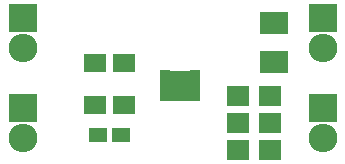
<source format=gbr>
G04 #@! TF.FileFunction,Soldermask,Top*
%FSLAX46Y46*%
G04 Gerber Fmt 4.6, Leading zero omitted, Abs format (unit mm)*
G04 Created by KiCad (PCBNEW 4.0.3+e1-6302~38~ubuntu16.04.1-stable) date Sun Aug 28 11:49:07 2016*
%MOMM*%
%LPD*%
G01*
G04 APERTURE LIST*
%ADD10C,0.100000*%
%ADD11R,0.900000X0.650000*%
%ADD12R,2.000000X2.600000*%
%ADD13R,1.900000X1.650000*%
%ADD14R,2.432000X1.924000*%
%ADD15R,1.900000X1.700000*%
%ADD16R,1.600000X1.150000*%
%ADD17R,2.432000X2.432000*%
%ADD18O,2.432000X2.432000*%
G04 APERTURE END LIST*
D10*
D11*
X146715000Y-106315000D03*
X144115000Y-106315000D03*
X146715000Y-106815000D03*
X144115000Y-106815000D03*
X146715000Y-107315000D03*
X144115000Y-107315000D03*
X146715000Y-107815000D03*
X144115000Y-107815000D03*
X146715000Y-108315000D03*
X144115000Y-108315000D03*
D12*
X145415000Y-107315000D03*
D13*
X140696000Y-108966000D03*
X138196000Y-108966000D03*
X140696000Y-105410000D03*
X138196000Y-105410000D03*
D14*
X153400000Y-102049000D03*
X153400000Y-105351000D03*
D15*
X150288000Y-112776000D03*
X152988000Y-112776000D03*
X150288000Y-110490000D03*
X152988000Y-110490000D03*
X150288000Y-108204000D03*
X152988000Y-108204000D03*
D16*
X140396000Y-111506000D03*
X138496000Y-111506000D03*
D17*
X132080000Y-109220000D03*
D18*
X132080000Y-111760000D03*
D17*
X157480000Y-109220000D03*
D18*
X157480000Y-111760000D03*
D17*
X157480000Y-101600000D03*
D18*
X157480000Y-104140000D03*
D17*
X132080000Y-101600000D03*
D18*
X132080000Y-104140000D03*
M02*

</source>
